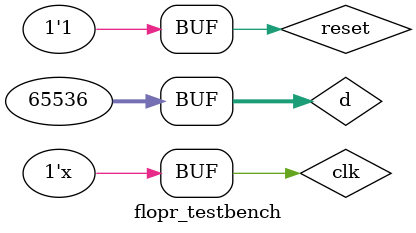
<source format=sv>
`timescale 1ns / 1ps
module flopr_testbench();

// initialize variables
logic clk, reset; // clock and reset
logic [31:0] d, q;   // d input and q output

  // instantiate device under test
   flopr #(32) instantiated_flopr(clk, reset, d, q);
    
  initial begin
    clk = 0; // set initial value of clock to 0
    
    d = 1; #2;  // no reset. start input with 1.
                // would only output during the next rising edge
    
    // wait for 1 clock cycle
    reset = 1; d = 90; #2;  // reset before reading 90
                            // will never get read by q since a new value will be
                            // read on the next rising edge
    
    // wait for 1 clock cycle
    reset = 0; d = 51; #2;  // no reset. immediately output 51 on the rising edge
    
    // wait for 1 clock cycle
    d = 100; #2             // no reset. output 100 on the next rising edge
    
    // wait for 1 clock cycle
    reset = 1; d = 65536;    // reset. will clear q and will never output 65536
  end

// set clock
always begin
    // 1ns for each tick, then 2ns for every clock cycle
    #1 clk = ~clk; 
end  
endmodule
</source>
